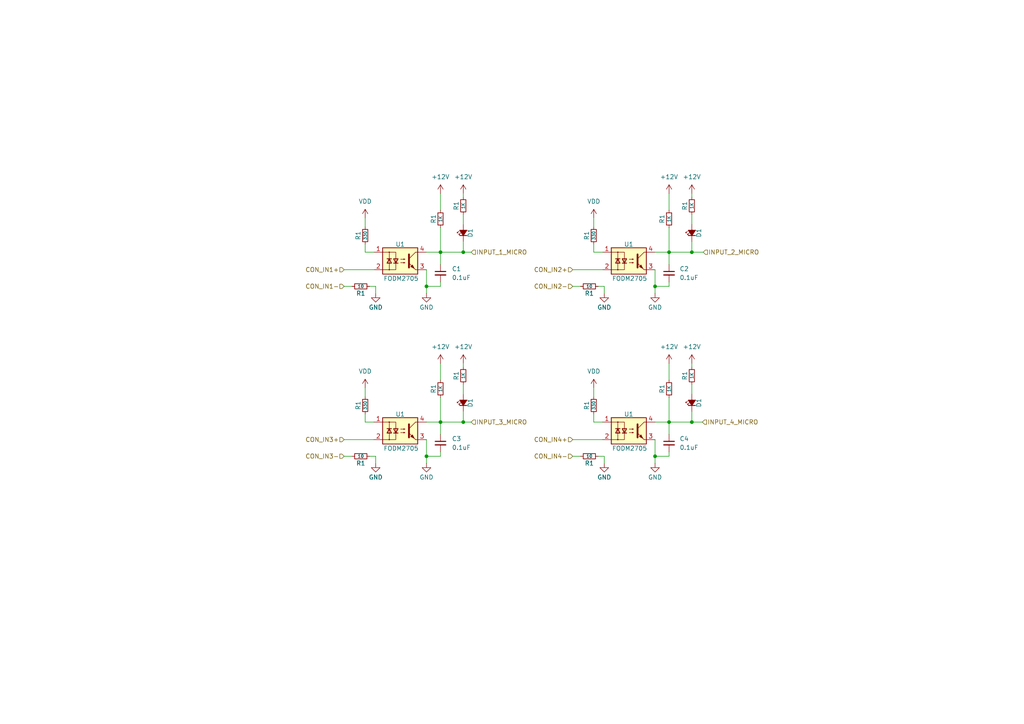
<source format=kicad_sch>
(kicad_sch (version 20230121) (generator eeschema)
  (paper "A4")
  (title_block (title "RoomLink") (date "2023-06-17") (rev "Version 1.0") (company "Designer: Raudy Rodríguez Moreno"))
  (lib_symbols
    (symbol "Device:LED_Small_Filled" (pin_numbers hide) (pin_names (offset 0.254) hide)
      (property "Reference" "D" (at -1.27 3.175 0))
      (property "Value" "LED_Small_Filled" (at -4.445 -2.54 0))
      (symbol "LED_Small_Filled_0_1"
        (polyline (pts (xy -0.762 -1.016) (xy -0.762 1.016)) (stroke (width 0.254)))
        (polyline (pts (xy 1.016 0) (xy -0.762 0)))
        (polyline (pts (xy 0.762 -1.016) (xy -0.762 0) (xy 0.762 1.016) (xy 0.762 -1.016)) (stroke (width 0.254)) (fill (type outline)))
        (polyline (pts (xy 0 0.762) (xy -0.508 1.27) (xy -0.254 1.27) (xy -0.508 1.27) (xy -0.508 1.016)))
        (polyline (pts (xy 0.508 1.27) (xy 0 1.778) (xy 0.254 1.778) (xy 0 1.778) (xy 0 1.524)))
      )
      (symbol "LED_Small_Filled_1_1"
        (pin passive line (at -2.54 0 0) (length 1.778) (name "K") (number "1"))
        (pin passive line (at 2.54 0 180) (length 1.778) (name "A") (number "2"))
      )
    )
    (symbol "Device:R_Small" (pin_numbers hide) (pin_names (offset 0.254) hide)
      (property "Reference" "R" (at 0.762 0.508 0))
      (property "Value" "R_Small" (at 0.762 -1.016 0))
      (symbol "R_Small_0_1"
        (rectangle (start -0.762 1.778) (end 0.762 -1.778) (stroke (width 0.2032)))
      )
      (symbol "R_Small_1_1"
        (pin passive line (at 0 2.54 270) (length 0.762) (name "~") (number "1"))
        (pin passive line (at 0 -2.54 90) (length 0.762) (name "~") (number "2"))
      )
    )
    (symbol "Isolator:FODM214"
      (property "Reference" "U" (at -5.08 5.08 0))
      (property "Value" "FODM214" (at 0 5.08 0))
      (symbol "FODM214_0_1"
        (rectangle (start -5.08 3.81) (end 5.08 -3.81) (stroke (width 0.254)) (fill (type background)))
        (circle (center -3.175 -2.54) (radius 0.127))
        (circle (center -3.175 2.54) (radius 0.127))
        (polyline (pts (xy -3.81 0.635) (xy -2.54 0.635)) (stroke (width 0.254)))
        (polyline (pts (xy -3.175 -0.635) (xy -3.175 -2.54)))
        (polyline (pts (xy -3.175 -0.635) (xy -3.175 2.54)))
        (polyline (pts (xy -1.905 -0.635) (xy -0.635 -0.635)) (stroke (width 0.254)))
        (polyline (pts (xy 2.54 0.635) (xy 4.445 2.54)))
        (polyline (pts (xy 4.445 -2.54) (xy 2.54 -0.635)) (fill (type outline)))
        (polyline (pts (xy 4.445 -2.54) (xy 5.08 -2.54)))
        (polyline (pts (xy 4.445 2.54) (xy 5.08 2.54)))
        (polyline (pts (xy -5.08 2.54) (xy -1.27 2.54) (xy -1.27 -0.635)))
        (polyline (pts (xy -1.27 -0.635) (xy -1.27 -2.54) (xy -5.08 -2.54)))
        (polyline (pts (xy 2.54 1.905) (xy 2.54 -1.905) (xy 2.54 -1.905)) (stroke (width 0.508)))
        (polyline (pts (xy -3.175 0.635) (xy -3.81 -0.635) (xy -2.54 -0.635) (xy -3.175 0.635)) (stroke (width 0.254)))
        (polyline (pts (xy -1.27 -0.635) (xy -1.905 0.635) (xy -0.635 0.635) (xy -1.27 -0.635)) (stroke (width 0.254)))
        (polyline (pts (xy 0.127 -0.508) (xy 1.397 -0.508) (xy 1.016 -0.635) (xy 1.016 -0.381) (xy 1.397 -0.508)))
        (polyline (pts (xy 0.127 0.508) (xy 1.397 0.508) (xy 1.016 0.381) (xy 1.016 0.635) (xy 1.397 0.508)))
        (polyline (pts (xy 3.048 -1.651) (xy 3.556 -1.143) (xy 4.064 -2.159) (xy 3.048 -1.651) (xy 3.048 -1.651)) (fill (type outline)))
      )
      (symbol "FODM214_1_1"
        (pin passive line (at -7.62 2.54 0) (length 2.54) (name "~") (number "1"))
        (pin passive line (at -7.62 -2.54 0) (length 2.54) (name "~") (number "2"))
        (pin passive line (at 7.62 -2.54 180) (length 2.54) (name "~") (number "3"))
        (pin passive line (at 7.62 2.54 180) (length 2.54) (name "~") (number "4"))
      )
    )
    (symbol "pdxlbs:C_small_.1uf_PDX" (pin_numbers hide) (pin_names (offset 0.254) hide)
      (property "Reference" "C?" (at 0 1.905 0))
      (property "Value" "C_small_.1uf_PDX" (at 0 -1.905 0))
      (symbol "C_small_.1uf_PDX_0_1"
        (polyline (pts (xy -1.524 -0.508) (xy 1.524 -0.508)) (stroke (width 0.3302)))
        (polyline (pts (xy -1.524 0.508) (xy 1.524 0.508)) (stroke (width 0.3048)))
      )
      (symbol "C_small_.1uf_PDX_1_1"
        (pin passive line (at 0 2.54 270) (length 2.032) (name "~") (number "1"))
        (pin passive line (at 0 -2.54 90) (length 2.032) (name "~") (number "2"))
      )
    )
    (symbol "power:+12V" (power) (pin_names (offset 0))
      (property "Value" "+12V" (at 0 3.556 0))
      (symbol "+12V_0_1"
        (polyline (pts (xy -0.762 1.27) (xy 0 2.54)))
        (polyline (pts (xy 0 0) (xy 0 2.54)))
        (polyline (pts (xy 0 2.54) (xy 0.762 1.27)))
      )
      (symbol "+12V_1_1"
        (pin power_in line (at 0 0 90) (length 0) hide (name "+12V") (number "1"))
      )
    )
    (symbol "power:GND" (power) (pin_names (offset 0))
      (property "Value" "GND" (at 0 -3.81 0))
      (symbol "GND_0_1"
        (polyline (pts (xy 0 0) (xy 0 -1.27) (xy 1.27 -1.27) (xy 0 -2.54) (xy -1.27 -1.27) (xy 0 -1.27)))
      )
      (symbol "GND_1_1"
        (pin power_in line (at 0 0 270) (length 0) hide (name "GND") (number "1"))
      )
    )
    (symbol "power:VDD" (power) (pin_names (offset 0))
      (property "Value" "VDD" (at 0 3.81 0))
      (symbol "VDD_0_1"
        (polyline (pts (xy -0.762 1.27) (xy 0 2.54)))
        (polyline (pts (xy 0 0) (xy 0 2.54)))
        (polyline (pts (xy 0 2.54) (xy 0.762 1.27)))
      )
      (symbol "VDD_1_1"
        (pin power_in line (at 0 0 90) (length 0) hide (name "VDD") (number "1"))
      )
    )
  )
  (junction (at 127.762 122.428))
  (junction (at 194.056 73.152))
  (junction (at 189.992 132.334))
  (junction (at 200.66 122.428))
  (junction (at 194.056 122.428))
  (junction (at 123.698 132.334))
  (junction (at 123.698 83.058))
  (junction (at 189.992 83.058))
  (junction (at 200.66 73.152))
  (junction (at 134.366 73.152))
  (junction (at 127.762 73.152))
  (junction (at 134.366 122.428))
  (wire (pts (xy 127.762 73.152) (xy 127.762 76.708)))
  (wire (pts (xy 172.212 122.428) (xy 172.212 120.142)))
  (wire (pts (xy 166.116 83.058) (xy 168.402 83.058)))
  (wire (pts (xy 175.26 132.334) (xy 175.26 134.366)))
  (wire (pts (xy 123.698 83.058) (xy 123.698 85.09)))
  (wire (pts (xy 127.762 56.134) (xy 127.762 60.96)))
  (wire (pts (xy 189.992 132.334) (xy 189.992 134.366)))
  (wire (pts (xy 172.212 73.152) (xy 172.212 70.866)))
  (wire (pts (xy 99.822 78.232) (xy 108.458 78.232)))
  (wire (pts (xy 127.762 115.316) (xy 127.762 122.428)))
  (wire (pts (xy 107.188 83.058) (xy 108.966 83.058)))
  (wire (pts (xy 194.056 132.334) (xy 189.992 132.334)))
  (wire (pts (xy 189.992 78.232) (xy 189.992 83.058)))
  (wire (pts (xy 189.992 127.508) (xy 189.992 132.334)))
  (wire (pts (xy 194.056 115.316) (xy 194.056 122.428)))
  (wire (pts (xy 134.366 73.152) (xy 136.652 73.152)))
  (wire (pts (xy 194.056 83.058) (xy 189.992 83.058)))
  (wire (pts (xy 200.66 70.104) (xy 200.66 73.152)))
  (wire (pts (xy 175.26 83.058) (xy 175.26 85.09)))
  (wire (pts (xy 127.762 81.788) (xy 127.762 83.058)))
  (wire (pts (xy 173.482 83.058) (xy 175.26 83.058)))
  (wire (pts (xy 166.116 127.508) (xy 174.752 127.508)))
  (wire (pts (xy 127.762 132.334) (xy 123.698 132.334)))
  (wire (pts (xy 189.992 83.058) (xy 189.992 85.09)))
  (wire (pts (xy 134.366 119.38) (xy 134.366 122.428)))
  (wire (pts (xy 200.66 73.152) (xy 203.962 73.152)))
  (wire (pts (xy 127.762 122.428) (xy 127.762 125.984)))
  (wire (pts (xy 127.762 105.41) (xy 127.762 110.236)))
  (wire (pts (xy 134.366 56.134) (xy 134.366 57.15)))
  (wire (pts (xy 200.66 119.38) (xy 200.66 122.428)))
  (wire (pts (xy 200.66 122.428) (xy 203.708 122.428)))
  (wire (pts (xy 127.762 131.064) (xy 127.762 132.334)))
  (wire (pts (xy 166.116 78.232) (xy 174.752 78.232)))
  (wire (pts (xy 194.056 122.428) (xy 194.056 125.984)))
  (wire (pts (xy 200.66 105.41) (xy 200.66 106.426)))
  (wire (pts (xy 123.698 132.334) (xy 123.698 134.366)))
  (wire (pts (xy 189.992 73.152) (xy 194.056 73.152)))
  (wire (pts (xy 194.056 73.152) (xy 194.056 76.708)))
  (wire (pts (xy 172.212 63.246) (xy 172.212 65.786)))
  (wire (pts (xy 174.752 73.152) (xy 172.212 73.152)))
  (wire (pts (xy 99.822 127.508) (xy 108.458 127.508)))
  (wire (pts (xy 105.918 73.152) (xy 105.918 70.866)))
  (wire (pts (xy 194.056 122.428) (xy 200.66 122.428)))
  (wire (pts (xy 105.918 63.246) (xy 105.918 65.786)))
  (wire (pts (xy 194.056 73.152) (xy 200.66 73.152)))
  (wire (pts (xy 127.762 66.04) (xy 127.762 73.152)))
  (wire (pts (xy 127.762 83.058) (xy 123.698 83.058)))
  (wire (pts (xy 194.056 81.788) (xy 194.056 83.058)))
  (wire (pts (xy 200.66 56.134) (xy 200.66 57.15)))
  (wire (pts (xy 134.366 105.41) (xy 134.366 106.426)))
  (wire (pts (xy 166.116 132.334) (xy 168.402 132.334)))
  (wire (pts (xy 127.762 73.152) (xy 134.366 73.152)))
  (wire (pts (xy 134.366 70.104) (xy 134.366 73.152)))
  (wire (pts (xy 99.822 132.334) (xy 102.108 132.334)))
  (wire (pts (xy 200.66 111.506) (xy 200.66 114.3)))
  (wire (pts (xy 107.188 132.334) (xy 108.966 132.334)))
  (wire (pts (xy 189.992 122.428) (xy 194.056 122.428)))
  (wire (pts (xy 123.698 78.232) (xy 123.698 83.058)))
  (wire (pts (xy 108.458 122.428) (xy 105.918 122.428)))
  (wire (pts (xy 105.918 122.428) (xy 105.918 120.142)))
  (wire (pts (xy 200.66 62.23) (xy 200.66 65.024)))
  (wire (pts (xy 108.966 132.334) (xy 108.966 134.366)))
  (wire (pts (xy 108.458 73.152) (xy 105.918 73.152)))
  (wire (pts (xy 194.056 131.064) (xy 194.056 132.334)))
  (wire (pts (xy 108.966 83.058) (xy 108.966 85.09)))
  (wire (pts (xy 127.762 122.428) (xy 134.366 122.428)))
  (wire (pts (xy 172.212 112.522) (xy 172.212 115.062)))
  (wire (pts (xy 134.366 62.23) (xy 134.366 65.024)))
  (wire (pts (xy 99.822 83.058) (xy 102.108 83.058)))
  (wire (pts (xy 194.056 105.41) (xy 194.056 110.236)))
  (wire (pts (xy 174.752 122.428) (xy 172.212 122.428)))
  (wire (pts (xy 173.482 132.334) (xy 175.26 132.334)))
  (wire (pts (xy 105.918 112.522) (xy 105.918 115.062)))
  (wire (pts (xy 194.056 66.04) (xy 194.056 73.152)))
  (wire (pts (xy 123.698 73.152) (xy 127.762 73.152)))
  (wire (pts (xy 123.698 122.428) (xy 127.762 122.428)))
  (wire (pts (xy 194.056 56.134) (xy 194.056 60.96)))
  (wire (pts (xy 134.366 111.506) (xy 134.366 114.3)))
  (wire (pts (xy 134.366 122.428) (xy 136.652 122.428)))
  (wire (pts (xy 123.698 127.508) (xy 123.698 132.334)))
  (hierarchical_label "CON_IN1-" (shape input) (at 99.822 83.058 180))
  (hierarchical_label "CON_IN2+" (shape input) (at 166.116 78.232 180))
  (hierarchical_label "CON_IN2-" (shape input) (at 166.116 83.058 180))
  (hierarchical_label "INPUT_3_MICRO" (shape input) (at 136.652 122.428 0))
  (hierarchical_label "INPUT_1_MICRO" (shape input) (at 136.652 73.152 0))
  (hierarchical_label "INPUT_2_MICRO" (shape input) (at 203.962 73.152 0))
  (hierarchical_label "CON_IN1+" (shape input) (at 99.822 78.232 180))
  (hierarchical_label "CON_IN3-" (shape input) (at 99.822 132.334 180))
  (hierarchical_label "CON_IN3+" (shape input) (at 99.822 127.508 180))
  (hierarchical_label "CON_IN4+" (shape input) (at 166.116 127.508 180))
  (hierarchical_label "CON_IN4-" (shape input) (at 166.116 132.334 180))
  (hierarchical_label "INPUT_4_MICRO" (shape input) (at 203.708 122.428 0))
  (symbol (lib_id "Device:R_Small") (at 194.056 112.776 180) (unit 1)
    (property "Reference" "R1" (at 192.024 112.776 90))
    (property "Value" "1K" (at 194.056 112.776 90) (effects (font (size 0.9 0.9))))
    (property "Footprint" "Resistor_SMD:R_0805_2012Metric_Pad1.20x1.40mm_HandSolder" (effects hide))
    (instances (project "RoomLink" (path "" (reference "R1") (unit 1)) (path "" (reference "R2") (unit 1)) (path "" (reference "R4") (unit 1)) (path "" (reference "R20") (unit 1)) (path "" (reference "R6") (unit 1)) (path "" (reference "R3") (unit 1))))
  )
  (symbol (lib_id "Device:R_Small") (at 104.648 83.058 270) (unit 1)
    (property "Reference" "R1" (at 104.648 85.09 90))
    (property "Value" "10" (at 104.648 83.058 90) (effects (font (size 0.9 0.9))))
    (property "Footprint" "Resistor_SMD:R_0805_2012Metric_Pad1.20x1.40mm_HandSolder" (effects hide))
    (instances (project "RoomLink" (path "" (reference "R1") (unit 1)) (path "" (reference "R2") (unit 1)) (path "" (reference "R4") (unit 1)) (path "" (reference "R9") (unit 1)) (path "" (reference "R6") (unit 1)) (path "" (reference "R3") (unit 1))))
  )
  (symbol (lib_id "Device:R_Small") (at 172.212 68.326 180) (unit 1)
    (property "Reference" "R1" (at 170.18 68.326 90))
    (property "Value" "330" (at 172.212 68.326 90) (effects (font (size 0.9 0.9))))
    (property "Footprint" "Resistor_SMD:R_0805_2012Metric_Pad1.20x1.40mm_HandSolder" (effects hide))
    (instances (project "RoomLink" (path "" (reference "R1") (unit 1)) (path "" (reference "R2") (unit 1)) (path "" (reference "R4") (unit 1)) (path "" (reference "R11") (unit 1)) (path "" (reference "R6") (unit 1)) (path "" (reference "R3") (unit 1))))
  )
  (symbol (lib_id "Device:R_Small") (at 105.918 117.602 180) (unit 1)
    (property "Reference" "R1" (at 103.886 117.602 90))
    (property "Value" "330" (at 105.918 117.602 90) (effects (font (size 0.9 0.9))))
    (property "Footprint" "Resistor_SMD:R_0805_2012Metric_Pad1.20x1.40mm_HandSolder" (effects hide))
    (instances (project "RoomLink" (path "" (reference "R1") (unit 1)) (path "" (reference "R2") (unit 1)) (path "" (reference "R4") (unit 1)) (path "" (reference "R15") (unit 1)) (path "" (reference "R6") (unit 1)) (path "" (reference "R3") (unit 1))))
  )
  (symbol (lib_id "Device:R_Small") (at 127.762 63.5 180) (unit 1)
    (property "Reference" "R1" (at 125.73 63.5 90))
    (property "Value" "1K" (at 127.762 63.5 90) (effects (font (size 0.9 0.9))))
    (property "Footprint" "Resistor_SMD:R_0805_2012Metric_Pad1.20x1.40mm_HandSolder" (effects hide))
    (instances (project "RoomLink" (path "" (reference "R1") (unit 1)) (path "" (reference "R2") (unit 1)) (path "" (reference "R4") (unit 1)) (path "" (reference "R7") (unit 1)) (path "" (reference "R6") (unit 1)) (path "" (reference "R3") (unit 1))))
  )
  (symbol (lib_id "power:GND") (at 189.992 134.366 0) (unit 1)
    (property "Reference" "#PWR029" (effects hide))
    (property "Value" "GND" (at 189.992 138.43 0))
  )
  (symbol (lib_id "Device:LED_Small_Filled") (at 134.366 116.84 90) (unit 1)
    (property "Reference" "D1" (at 136.398 116.84 0))
    (property "Value" "LED_Small_Filled" (effects hide))
    (property "Footprint" "LED_SMD:LED_0805_2012Metric_Pad1.15x1.40mm_HandSolder" (effects hide))
    (instances (project "RoomLink" (path "" (reference "D1") (unit 1)) (path "" (reference "D2") (unit 1)) (path "" (reference "D4") (unit 1)) (path "" (reference "D8") (unit 1)) (path "" (reference "D6") (unit 1)) (path "" (reference "D3") (unit 1))))
  )
  (symbol (lib_id "power:GND") (at 175.26 134.366 0) (unit 1)
    (property "Reference" "#PWR028" (effects hide))
    (property "Value" "GND" (at 175.26 138.43 0))
  )
  (symbol (lib_id "Device:LED_Small_Filled") (at 134.366 67.564 90) (unit 1)
    (property "Reference" "D1" (at 136.398 67.564 0))
    (property "Value" "LED_Small_Filled" (effects hide))
    (property "Footprint" "LED_SMD:LED_0805_2012Metric_Pad1.15x1.40mm_HandSolder" (effects hide))
    (instances (project "RoomLink" (path "" (reference "D1") (unit 1)) (path "" (reference "D2") (unit 1)) (path "" (reference "D4") (unit 1)) (path "" (reference "D6") (unit 1)) (path "" (reference "D6") (unit 1)) (path "" (reference "D3") (unit 1))))
  )
  (symbol (lib_id "power:GND") (at 108.966 85.09 0) (unit 1)
    (property "Reference" "#PWR015" (effects hide))
    (property "Value" "GND" (at 108.966 89.154 0))
  )
  (symbol (lib_id "power:+12V") (at 194.056 105.41 0) (unit 1)
    (property "Reference" "#PWR02" (effects hide))
    (property "Value" "+12V" (at 194.056 100.584 0))
    (instances (project "RoomLink" (path "" (reference "#PWR02") (unit 1)) (path "" (reference "#PWR030") (unit 1))))
  )
  (symbol (lib_id "Device:LED_Small_Filled") (at 200.66 116.84 90) (unit 1)
    (property "Reference" "D1" (at 202.692 116.84 0))
    (property "Value" "LED_Small_Filled" (effects hide))
    (property "Footprint" "LED_SMD:LED_0805_2012Metric_Pad1.15x1.40mm_HandSolder" (effects hide))
    (instances (project "RoomLink" (path "" (reference "D1") (unit 1)) (path "" (reference "D2") (unit 1)) (path "" (reference "D4") (unit 1)) (path "" (reference "D9") (unit 1)) (path "" (reference "D6") (unit 1)) (path "" (reference "D3") (unit 1))))
  )
  (symbol (lib_id "power:GND") (at 123.698 134.366 0) (unit 1)
    (property "Reference" "#PWR024" (effects hide))
    (property "Value" "GND" (at 123.698 138.43 0))
  )
  (symbol (lib_id "Isolator:FODM214") (at 182.372 75.692 0) (unit 1)
    (property "Reference" "U1" (at 182.372 70.866 0))
    (property "Value" "FODM2705" (at 182.626 80.772 0))
    (property "Footprint" "LibKiCad:FODM2705-4N" (effects hide))
    (property "Datasheet" "https://www.onsemi.com/pdf/datasheet/fodm2705-d.pdf" (effects hide))
    (instances (project "RoomLink" (path "" (reference "U1") (unit 1)) (path "" (reference "U2") (unit 1))))
  )
  (symbol (lib_id "power:+12V") (at 127.762 56.134 0) (unit 1)
    (property "Reference" "#PWR02" (effects hide))
    (property "Value" "+12V" (at 127.762 51.308 0))
    (instances (project "RoomLink" (path "" (reference "#PWR02") (unit 1)) (path "" (reference "#PWR013") (unit 1))))
  )
  (symbol (lib_id "power:GND") (at 123.698 85.09 0) (unit 1)
    (property "Reference" "#PWR014" (effects hide))
    (property "Value" "GND" (at 123.698 89.154 0))
  )
  (symbol (lib_id "Device:R_Small") (at 200.66 108.966 180) (unit 1)
    (property "Reference" "R1" (at 198.628 108.966 90))
    (property "Value" "1K" (at 200.66 108.966 90) (effects (font (size 0.9 0.9))))
    (property "Footprint" "Resistor_SMD:R_0805_2012Metric_Pad1.20x1.40mm_HandSolder" (effects hide))
    (instances (project "RoomLink" (path "" (reference "R1") (unit 1)) (path "" (reference "R2") (unit 1)) (path "" (reference "R4") (unit 1)) (path "" (reference "R21") (unit 1)) (path "" (reference "R6") (unit 1)) (path "" (reference "R3") (unit 1))))
  )
  (symbol (lib_id "power:GND") (at 108.966 134.366 0) (unit 1)
    (property "Reference" "#PWR023" (effects hide))
    (property "Value" "GND" (at 108.966 138.43 0))
  )
  (symbol (lib_id "Device:R_Small") (at 104.648 132.334 270) (unit 1)
    (property "Reference" "R1" (at 104.648 134.366 90))
    (property "Value" "10" (at 104.648 132.334 90) (effects (font (size 0.9 0.9))))
    (property "Footprint" "Resistor_SMD:R_0805_2012Metric_Pad1.20x1.40mm_HandSolder" (effects hide))
    (instances (project "RoomLink" (path "" (reference "R1") (unit 1)) (path "" (reference "R2") (unit 1)) (path "" (reference "R4") (unit 1)) (path "" (reference "R14") (unit 1)) (path "" (reference "R6") (unit 1)) (path "" (reference "R3") (unit 1))))
  )
  (symbol (lib_id "pdxlbs:C_small_.1uf_PDX") (at 127.762 79.248 0) (unit 1)
    (property "Reference" "C1" (at 131.064 77.9843 0) (effects (justify left)))
    (property "Value" "0.1uF" (at 131.064 80.5243 0) (effects (justify left)))
    (property "Footprint" "Capacitor_SMD:C_0805_2012Metric" (effects hide))
    (property "Datasheet" "https://www.mouser.mx/datasheet/2/427/vjw1bcbascomseries-223529.pdf" (effects hide))
    (property "PartNo" "C0805C104K5RAC7411" (effects hide))
    (property "Location" "B3" (effects hide))
    (property "Descripcion" "Capacitores cerámicos  - SMD 0805 0.1uF 10V 20%" (effects hide))
  )
  (symbol (lib_id "power:+12V") (at 127.762 105.41 0) (unit 1)
    (property "Reference" "#PWR02" (effects hide))
    (property "Value" "+12V" (at 127.762 100.584 0))
    (instances (project "RoomLink" (path "" (reference "#PWR02") (unit 1)) (path "" (reference "#PWR025") (unit 1))))
  )
  (symbol (lib_id "power:VDD") (at 105.918 112.522 0) (unit 1)
    (property "Reference" "#PWR022" (effects hide))
    (property "Value" "VDD" (at 105.918 107.696 0))
  )
  (symbol (lib_id "power:+12V") (at 194.056 56.134 0) (unit 1)
    (property "Reference" "#PWR02" (effects hide))
    (property "Value" "+12V" (at 194.056 51.308 0))
    (instances (project "RoomLink" (path "" (reference "#PWR02") (unit 1)) (path "" (reference "#PWR020") (unit 1))))
  )
  (symbol (lib_id "power:GND") (at 175.26 85.09 0) (unit 1)
    (property "Reference" "#PWR018" (effects hide))
    (property "Value" "GND" (at 175.26 89.154 0))
  )
  (symbol (lib_id "power:VDD") (at 172.212 63.246 0) (unit 1)
    (property "Reference" "#PWR017" (effects hide))
    (property "Value" "VDD" (at 172.212 58.42 0))
  )
  (symbol (lib_id "Device:R_Small") (at 134.366 59.69 180) (unit 1)
    (property "Reference" "R1" (at 132.334 59.69 90))
    (property "Value" "1K" (at 134.366 59.69 90) (effects (font (size 0.9 0.9))))
    (property "Footprint" "Resistor_SMD:R_0805_2012Metric_Pad1.20x1.40mm_HandSolder" (effects hide))
    (instances (project "RoomLink" (path "" (reference "R1") (unit 1)) (path "" (reference "R2") (unit 1)) (path "" (reference "R4") (unit 1)) (path "" (reference "R6") (unit 1)) (path "" (reference "R6") (unit 1)) (path "" (reference "R3") (unit 1))))
  )
  (symbol (lib_id "power:+12V") (at 134.366 105.41 0) (unit 1)
    (property "Reference" "#PWR02" (effects hide))
    (property "Value" "+12V" (at 134.366 100.584 0))
    (instances (project "RoomLink" (path "" (reference "#PWR02") (unit 1)) (path "" (reference "#PWR026") (unit 1))))
  )
  (symbol (lib_id "Isolator:FODM214") (at 116.078 75.692 0) (unit 1)
    (property "Reference" "U1" (at 116.078 70.866 0))
    (property "Value" "FODM2705" (at 116.332 80.772 0))
    (property "Footprint" "LibKiCad:FODM2705-4N" (effects hide))
    (property "Datasheet" "https://www.onsemi.com/pdf/datasheet/fodm2705-d.pdf" (effects hide))
  )
  (symbol (lib_id "Device:R_Small") (at 134.366 108.966 180) (unit 1)
    (property "Reference" "R1" (at 132.334 108.966 90))
    (property "Value" "1K" (at 134.366 108.966 90) (effects (font (size 0.9 0.9))))
    (property "Footprint" "Resistor_SMD:R_0805_2012Metric_Pad1.20x1.40mm_HandSolder" (effects hide))
    (instances (project "RoomLink" (path "" (reference "R1") (unit 1)) (path "" (reference "R2") (unit 1)) (path "" (reference "R4") (unit 1)) (path "" (reference "R17") (unit 1)) (path "" (reference "R6") (unit 1)) (path "" (reference "R3") (unit 1))))
  )
  (symbol (lib_id "pdxlbs:C_small_.1uf_PDX") (at 194.056 79.248 0) (unit 1)
    (property "Reference" "C2" (at 197.104 77.9843 0) (effects (justify left)))
    (property "Value" "0.1uF" (at 197.104 80.5243 0) (effects (justify left)))
    (property "Footprint" "Capacitor_SMD:C_0805_2012Metric" (effects hide))
    (property "Datasheet" "https://www.mouser.mx/datasheet/2/427/vjw1bcbascomseries-223529.pdf" (effects hide))
    (property "PartNo" "C0805C104K5RAC7411" (effects hide))
    (property "Location" "B3" (effects hide))
    (property "Descripcion" "Capacitores cerámicos  - SMD 0805 0.1uF 10V 20%" (effects hide))
  )
  (symbol (lib_id "Isolator:FODM214") (at 116.078 124.968 0) (unit 1)
    (property "Reference" "U1" (at 116.078 120.142 0))
    (property "Value" "FODM2705" (at 116.332 130.048 0))
    (property "Footprint" "LibKiCad:FODM2705-4N" (effects hide))
    (property "Datasheet" "https://www.onsemi.com/pdf/datasheet/fodm2705-d.pdf" (effects hide))
    (instances (project "RoomLink" (path "" (reference "U1") (unit 1)) (path "" (reference "U4") (unit 1))))
  )
  (symbol (lib_id "power:VDD") (at 105.918 63.246 0) (unit 1)
    (property "Reference" "#PWR016" (effects hide))
    (property "Value" "VDD" (at 105.918 58.42 0))
  )
  (symbol (lib_id "power:GND") (at 189.992 85.09 0) (unit 1)
    (property "Reference" "#PWR019" (effects hide))
    (property "Value" "GND" (at 189.992 89.154 0))
  )
  (symbol (lib_id "Isolator:FODM214") (at 182.372 124.968 0) (unit 1)
    (property "Reference" "U1" (at 182.372 120.142 0))
    (property "Value" "FODM2705" (at 182.626 130.048 0))
    (property "Footprint" "LibKiCad:FODM2705-4N" (effects hide))
    (property "Datasheet" "https://www.onsemi.com/pdf/datasheet/fodm2705-d.pdf" (effects hide))
    (instances (project "RoomLink" (path "" (reference "U1") (unit 1)) (path "" (reference "U5") (unit 1))))
  )
  (symbol (lib_id "pdxlbs:C_small_.1uf_PDX") (at 127.762 128.524 0) (unit 1)
    (property "Reference" "C3" (at 131.064 127.2603 0) (effects (justify left)))
    (property "Value" "0.1uF" (at 131.064 129.8003 0) (effects (justify left)))
    (property "Footprint" "Capacitor_SMD:C_0805_2012Metric" (effects hide))
    (property "Datasheet" "https://www.mouser.mx/datasheet/2/427/vjw1bcbascomseries-223529.pdf" (effects hide))
    (property "PartNo" "C0805C104K5RAC7411" (effects hide))
    (property "Location" "B3" (effects hide))
    (property "Descripcion" "Capacitores cerámicos  - SMD 0805 0.1uF 10V 20%" (effects hide))
  )
  (symbol (lib_id "Device:LED_Small_Filled") (at 200.66 67.564 90) (unit 1)
    (property "Reference" "D1" (at 202.692 67.564 0))
    (property "Value" "LED_Small_Filled" (effects hide))
    (property "Footprint" "LED_SMD:LED_0805_2012Metric_Pad1.15x1.40mm_HandSolder" (effects hide))
    (instances (project "RoomLink" (path "" (reference "D1") (unit 1)) (path "" (reference "D2") (unit 1)) (path "" (reference "D4") (unit 1)) (path "" (reference "D7") (unit 1)) (path "" (reference "D6") (unit 1)) (path "" (reference "D3") (unit 1))))
  )
  (symbol (lib_id "Device:R_Small") (at 170.942 132.334 270) (unit 1)
    (property "Reference" "R1" (at 170.942 134.366 90))
    (property "Value" "10" (at 170.942 132.334 90) (effects (font (size 0.9 0.9))))
    (property "Footprint" "Resistor_SMD:R_0805_2012Metric_Pad1.20x1.40mm_HandSolder" (effects hide))
    (instances (project "RoomLink" (path "" (reference "R1") (unit 1)) (path "" (reference "R2") (unit 1)) (path "" (reference "R4") (unit 1)) (path "" (reference "R18") (unit 1)) (path "" (reference "R6") (unit 1)) (path "" (reference "R3") (unit 1))))
  )
  (symbol (lib_id "Device:R_Small") (at 105.918 68.326 180) (unit 1)
    (property "Reference" "R1" (at 103.886 68.326 90))
    (property "Value" "330" (at 105.918 68.326 90) (effects (font (size 0.9 0.9))))
    (property "Footprint" "Resistor_SMD:R_0805_2012Metric_Pad1.20x1.40mm_HandSolder" (effects hide))
    (instances (project "RoomLink" (path "" (reference "R1") (unit 1)) (path "" (reference "R2") (unit 1)) (path "" (reference "R4") (unit 1)) (path "" (reference "R8") (unit 1)) (path "" (reference "R6") (unit 1)) (path "" (reference "R3") (unit 1))))
  )
  (symbol (lib_id "Device:R_Small") (at 172.212 117.602 180) (unit 1)
    (property "Reference" "R1" (at 170.18 117.602 90))
    (property "Value" "330" (at 172.212 117.602 90) (effects (font (size 0.9 0.9))))
    (property "Footprint" "Resistor_SMD:R_0805_2012Metric_Pad1.20x1.40mm_HandSolder" (effects hide))
    (instances (project "RoomLink" (path "" (reference "R1") (unit 1)) (path "" (reference "R2") (unit 1)) (path "" (reference "R4") (unit 1)) (path "" (reference "R19") (unit 1)) (path "" (reference "R6") (unit 1)) (path "" (reference "R3") (unit 1))))
  )
  (symbol (lib_id "Device:R_Small") (at 127.762 112.776 180) (unit 1)
    (property "Reference" "R1" (at 125.73 112.776 90))
    (property "Value" "1K" (at 127.762 112.776 90) (effects (font (size 0.9 0.9))))
    (property "Footprint" "Resistor_SMD:R_0805_2012Metric_Pad1.20x1.40mm_HandSolder" (effects hide))
    (instances (project "RoomLink" (path "" (reference "R1") (unit 1)) (path "" (reference "R2") (unit 1)) (path "" (reference "R4") (unit 1)) (path "" (reference "R16") (unit 1)) (path "" (reference "R6") (unit 1)) (path "" (reference "R3") (unit 1))))
  )
  (symbol (lib_id "power:+12V") (at 200.66 56.134 0) (unit 1)
    (property "Reference" "#PWR02" (effects hide))
    (property "Value" "+12V" (at 200.66 51.308 0))
    (instances (project "RoomLink" (path "" (reference "#PWR02") (unit 1)) (path "" (reference "#PWR021") (unit 1))))
  )
  (symbol (lib_id "pdxlbs:C_small_.1uf_PDX") (at 194.056 128.524 0) (unit 1)
    (property "Reference" "C4" (at 197.104 127.2603 0) (effects (justify left)))
    (property "Value" "0.1uF" (at 197.104 129.8003 0) (effects (justify left)))
    (property "Footprint" "Capacitor_SMD:C_0805_2012Metric" (effects hide))
    (property "Datasheet" "https://www.mouser.mx/datasheet/2/427/vjw1bcbascomseries-223529.pdf" (effects hide))
    (property "PartNo" "C0805C104K5RAC7411" (effects hide))
    (property "Location" "B3" (effects hide))
    (property "Descripcion" "Capacitores cerámicos  - SMD 0805 0.1uF 10V 20%" (effects hide))
  )
  (symbol (lib_id "power:+12V") (at 200.66 105.41 0) (unit 1)
    (property "Reference" "#PWR02" (effects hide))
    (property "Value" "+12V" (at 200.66 100.584 0))
    (instances (project "RoomLink" (path "" (reference "#PWR02") (unit 1)) (path "" (reference "#PWR031") (unit 1))))
  )
  (symbol (lib_id "Device:R_Small") (at 194.056 63.5 180) (unit 1)
    (property "Reference" "R1" (at 192.024 63.5 90))
    (property "Value" "1K" (at 194.056 63.5 90) (effects (font (size 0.9 0.9))))
    (property "Footprint" "Resistor_SMD:R_0805_2012Metric_Pad1.20x1.40mm_HandSolder" (effects hide))
    (instances (project "RoomLink" (path "" (reference "R1") (unit 1)) (path "" (reference "R2") (unit 1)) (path "" (reference "R4") (unit 1)) (path "" (reference "R12") (unit 1)) (path "" (reference "R6") (unit 1)) (path "" (reference "R3") (unit 1))))
  )
  (symbol (lib_id "Device:R_Small") (at 170.942 83.058 270) (unit 1)
    (property "Reference" "R1" (at 170.942 85.09 90))
    (property "Value" "10" (at 170.942 83.058 90) (effects (font (size 0.9 0.9))))
    (property "Footprint" "Resistor_SMD:R_0805_2012Metric_Pad1.20x1.40mm_HandSolder" (effects hide))
    (instances (project "RoomLink" (path "" (reference "R1") (unit 1)) (path "" (reference "R2") (unit 1)) (path "" (reference "R4") (unit 1)) (path "" (reference "R10") (unit 1)) (path "" (reference "R6") (unit 1)) (path "" (reference "R3") (unit 1))))
  )
  (symbol (lib_id "power:+12V") (at 134.366 56.134 0) (unit 1)
    (property "Reference" "#PWR02" (effects hide))
    (property "Value" "+12V" (at 134.366 51.308 0))
    (instances (project "RoomLink" (path "" (reference "#PWR02") (unit 1)) (path "" (reference "#PWR012") (unit 1))))
  )
  (symbol (lib_id "power:VDD") (at 172.212 112.522 0) (unit 1)
    (property "Reference" "#PWR027" (effects hide))
    (property "Value" "VDD" (at 172.212 107.696 0))
  )
  (symbol (lib_id "Device:R_Small") (at 200.66 59.69 180) (unit 1)
    (property "Reference" "R1" (at 198.628 59.69 90))
    (property "Value" "1K" (at 200.66 59.69 90) (effects (font (size 0.9 0.9))))
    (property "Footprint" "Resistor_SMD:R_0805_2012Metric_Pad1.20x1.40mm_HandSolder" (effects hide))
    (instances (project "RoomLink" (path "" (reference "R1") (unit 1)) (path "" (reference "R2") (unit 1)) (path "" (reference "R4") (unit 1)) (path "" (reference "R13") (unit 1)) (path "" (reference "R6") (unit 1)) (path "" (reference "R3") (unit 1))))
  )
)
</source>
